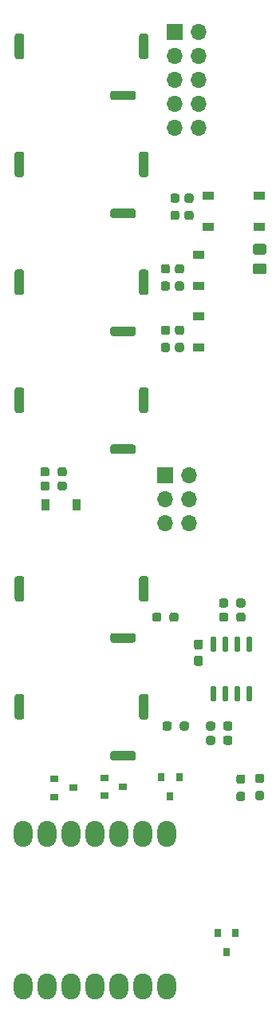
<source format=gbr>
%TF.GenerationSoftware,KiCad,Pcbnew,(5.1.9-0-10_14)*%
%TF.CreationDate,2021-03-07T22:41:29+09:00*%
%TF.ProjectId,jade_hardware,6a616465-5f68-4617-9264-776172652e6b,A*%
%TF.SameCoordinates,Original*%
%TF.FileFunction,Soldermask,Top*%
%TF.FilePolarity,Negative*%
%FSLAX46Y46*%
G04 Gerber Fmt 4.6, Leading zero omitted, Abs format (unit mm)*
G04 Created by KiCad (PCBNEW (5.1.9-0-10_14)) date 2021-03-07 22:41:29*
%MOMM*%
%LPD*%
G01*
G04 APERTURE LIST*
%ADD10O,1.998980X2.748280*%
%ADD11R,0.900000X0.800000*%
%ADD12R,0.800000X0.900000*%
%ADD13O,1.700000X1.700000*%
%ADD14R,1.700000X1.700000*%
%ADD15R,1.200000X0.900000*%
%ADD16R,0.900000X1.200000*%
G04 APERTURE END LIST*
D10*
%TO.C,U1*%
X117932180Y-157166880D03*
X120472180Y-157166880D03*
X123012180Y-157166880D03*
X125552180Y-157166880D03*
X128092180Y-157166880D03*
X130632180Y-157166880D03*
X133172180Y-157166880D03*
X133172180Y-141002320D03*
X130632180Y-141002320D03*
X128092180Y-141002320D03*
X125552180Y-141002320D03*
X123012180Y-141002320D03*
X120472180Y-141002320D03*
X117932180Y-141002320D03*
%TD*%
%TO.C,U2*%
G36*
G01*
X138245000Y-121700000D02*
X137945000Y-121700000D01*
G75*
G02*
X137795000Y-121550000I0J150000D01*
G01*
X137795000Y-120200000D01*
G75*
G02*
X137945000Y-120050000I150000J0D01*
G01*
X138245000Y-120050000D01*
G75*
G02*
X138395000Y-120200000I0J-150000D01*
G01*
X138395000Y-121550000D01*
G75*
G02*
X138245000Y-121700000I-150000J0D01*
G01*
G37*
G36*
G01*
X139515000Y-121700000D02*
X139215000Y-121700000D01*
G75*
G02*
X139065000Y-121550000I0J150000D01*
G01*
X139065000Y-120200000D01*
G75*
G02*
X139215000Y-120050000I150000J0D01*
G01*
X139515000Y-120050000D01*
G75*
G02*
X139665000Y-120200000I0J-150000D01*
G01*
X139665000Y-121550000D01*
G75*
G02*
X139515000Y-121700000I-150000J0D01*
G01*
G37*
G36*
G01*
X140785000Y-121700000D02*
X140485000Y-121700000D01*
G75*
G02*
X140335000Y-121550000I0J150000D01*
G01*
X140335000Y-120200000D01*
G75*
G02*
X140485000Y-120050000I150000J0D01*
G01*
X140785000Y-120050000D01*
G75*
G02*
X140935000Y-120200000I0J-150000D01*
G01*
X140935000Y-121550000D01*
G75*
G02*
X140785000Y-121700000I-150000J0D01*
G01*
G37*
G36*
G01*
X142055000Y-121700000D02*
X141755000Y-121700000D01*
G75*
G02*
X141605000Y-121550000I0J150000D01*
G01*
X141605000Y-120200000D01*
G75*
G02*
X141755000Y-120050000I150000J0D01*
G01*
X142055000Y-120050000D01*
G75*
G02*
X142205000Y-120200000I0J-150000D01*
G01*
X142205000Y-121550000D01*
G75*
G02*
X142055000Y-121700000I-150000J0D01*
G01*
G37*
G36*
G01*
X142055000Y-126950000D02*
X141755000Y-126950000D01*
G75*
G02*
X141605000Y-126800000I0J150000D01*
G01*
X141605000Y-125450000D01*
G75*
G02*
X141755000Y-125300000I150000J0D01*
G01*
X142055000Y-125300000D01*
G75*
G02*
X142205000Y-125450000I0J-150000D01*
G01*
X142205000Y-126800000D01*
G75*
G02*
X142055000Y-126950000I-150000J0D01*
G01*
G37*
G36*
G01*
X140785000Y-126950000D02*
X140485000Y-126950000D01*
G75*
G02*
X140335000Y-126800000I0J150000D01*
G01*
X140335000Y-125450000D01*
G75*
G02*
X140485000Y-125300000I150000J0D01*
G01*
X140785000Y-125300000D01*
G75*
G02*
X140935000Y-125450000I0J-150000D01*
G01*
X140935000Y-126800000D01*
G75*
G02*
X140785000Y-126950000I-150000J0D01*
G01*
G37*
G36*
G01*
X139515000Y-126950000D02*
X139215000Y-126950000D01*
G75*
G02*
X139065000Y-126800000I0J150000D01*
G01*
X139065000Y-125450000D01*
G75*
G02*
X139215000Y-125300000I150000J0D01*
G01*
X139515000Y-125300000D01*
G75*
G02*
X139665000Y-125450000I0J-150000D01*
G01*
X139665000Y-126800000D01*
G75*
G02*
X139515000Y-126950000I-150000J0D01*
G01*
G37*
G36*
G01*
X138245000Y-126950000D02*
X137945000Y-126950000D01*
G75*
G02*
X137795000Y-126800000I0J150000D01*
G01*
X137795000Y-125450000D01*
G75*
G02*
X137945000Y-125300000I150000J0D01*
G01*
X138245000Y-125300000D01*
G75*
G02*
X138395000Y-125450000I0J-150000D01*
G01*
X138395000Y-126800000D01*
G75*
G02*
X138245000Y-126950000I-150000J0D01*
G01*
G37*
%TD*%
%TO.C,R16*%
G36*
G01*
X134513500Y-129777500D02*
X134513500Y-129302500D01*
G75*
G02*
X134751000Y-129065000I237500J0D01*
G01*
X135251000Y-129065000D01*
G75*
G02*
X135488500Y-129302500I0J-237500D01*
G01*
X135488500Y-129777500D01*
G75*
G02*
X135251000Y-130015000I-237500J0D01*
G01*
X134751000Y-130015000D01*
G75*
G02*
X134513500Y-129777500I0J237500D01*
G01*
G37*
G36*
G01*
X132688500Y-129777500D02*
X132688500Y-129302500D01*
G75*
G02*
X132926000Y-129065000I237500J0D01*
G01*
X133426000Y-129065000D01*
G75*
G02*
X133663500Y-129302500I0J-237500D01*
G01*
X133663500Y-129777500D01*
G75*
G02*
X133426000Y-130015000I-237500J0D01*
G01*
X132926000Y-130015000D01*
G75*
G02*
X132688500Y-129777500I0J237500D01*
G01*
G37*
%TD*%
%TO.C,R15*%
G36*
G01*
X133425000Y-118237500D02*
X133425000Y-117762500D01*
G75*
G02*
X133662500Y-117525000I237500J0D01*
G01*
X134162500Y-117525000D01*
G75*
G02*
X134400000Y-117762500I0J-237500D01*
G01*
X134400000Y-118237500D01*
G75*
G02*
X134162500Y-118475000I-237500J0D01*
G01*
X133662500Y-118475000D01*
G75*
G02*
X133425000Y-118237500I0J237500D01*
G01*
G37*
G36*
G01*
X131600000Y-118237500D02*
X131600000Y-117762500D01*
G75*
G02*
X131837500Y-117525000I237500J0D01*
G01*
X132337500Y-117525000D01*
G75*
G02*
X132575000Y-117762500I0J-237500D01*
G01*
X132575000Y-118237500D01*
G75*
G02*
X132337500Y-118475000I-237500J0D01*
G01*
X131837500Y-118475000D01*
G75*
G02*
X131600000Y-118237500I0J237500D01*
G01*
G37*
%TD*%
%TO.C,R14*%
G36*
G01*
X139132500Y-129777500D02*
X139132500Y-129302500D01*
G75*
G02*
X139370000Y-129065000I237500J0D01*
G01*
X139870000Y-129065000D01*
G75*
G02*
X140107500Y-129302500I0J-237500D01*
G01*
X140107500Y-129777500D01*
G75*
G02*
X139870000Y-130015000I-237500J0D01*
G01*
X139370000Y-130015000D01*
G75*
G02*
X139132500Y-129777500I0J237500D01*
G01*
G37*
G36*
G01*
X137307500Y-129777500D02*
X137307500Y-129302500D01*
G75*
G02*
X137545000Y-129065000I237500J0D01*
G01*
X138045000Y-129065000D01*
G75*
G02*
X138282500Y-129302500I0J-237500D01*
G01*
X138282500Y-129777500D01*
G75*
G02*
X138045000Y-130015000I-237500J0D01*
G01*
X137545000Y-130015000D01*
G75*
G02*
X137307500Y-129777500I0J237500D01*
G01*
G37*
%TD*%
%TO.C,R13*%
G36*
G01*
X140512500Y-118237500D02*
X140512500Y-117762500D01*
G75*
G02*
X140750000Y-117525000I237500J0D01*
G01*
X141250000Y-117525000D01*
G75*
G02*
X141487500Y-117762500I0J-237500D01*
G01*
X141487500Y-118237500D01*
G75*
G02*
X141250000Y-118475000I-237500J0D01*
G01*
X140750000Y-118475000D01*
G75*
G02*
X140512500Y-118237500I0J237500D01*
G01*
G37*
G36*
G01*
X138687500Y-118237500D02*
X138687500Y-117762500D01*
G75*
G02*
X138925000Y-117525000I237500J0D01*
G01*
X139425000Y-117525000D01*
G75*
G02*
X139662500Y-117762500I0J-237500D01*
G01*
X139662500Y-118237500D01*
G75*
G02*
X139425000Y-118475000I-237500J0D01*
G01*
X138925000Y-118475000D01*
G75*
G02*
X138687500Y-118237500I0J237500D01*
G01*
G37*
%TD*%
%TO.C,R12*%
G36*
G01*
X140762500Y-136512500D02*
X141237500Y-136512500D01*
G75*
G02*
X141475000Y-136750000I0J-237500D01*
G01*
X141475000Y-137250000D01*
G75*
G02*
X141237500Y-137487500I-237500J0D01*
G01*
X140762500Y-137487500D01*
G75*
G02*
X140525000Y-137250000I0J237500D01*
G01*
X140525000Y-136750000D01*
G75*
G02*
X140762500Y-136512500I237500J0D01*
G01*
G37*
G36*
G01*
X140762500Y-134687500D02*
X141237500Y-134687500D01*
G75*
G02*
X141475000Y-134925000I0J-237500D01*
G01*
X141475000Y-135425000D01*
G75*
G02*
X141237500Y-135662500I-237500J0D01*
G01*
X140762500Y-135662500D01*
G75*
G02*
X140525000Y-135425000I0J237500D01*
G01*
X140525000Y-134925000D01*
G75*
G02*
X140762500Y-134687500I237500J0D01*
G01*
G37*
%TD*%
%TO.C,R11*%
G36*
G01*
X138282500Y-130826500D02*
X138282500Y-131301500D01*
G75*
G02*
X138045000Y-131539000I-237500J0D01*
G01*
X137545000Y-131539000D01*
G75*
G02*
X137307500Y-131301500I0J237500D01*
G01*
X137307500Y-130826500D01*
G75*
G02*
X137545000Y-130589000I237500J0D01*
G01*
X138045000Y-130589000D01*
G75*
G02*
X138282500Y-130826500I0J-237500D01*
G01*
G37*
G36*
G01*
X140107500Y-130826500D02*
X140107500Y-131301500D01*
G75*
G02*
X139870000Y-131539000I-237500J0D01*
G01*
X139370000Y-131539000D01*
G75*
G02*
X139132500Y-131301500I0J237500D01*
G01*
X139132500Y-130826500D01*
G75*
G02*
X139370000Y-130589000I237500J0D01*
G01*
X139870000Y-130589000D01*
G75*
G02*
X140107500Y-130826500I0J-237500D01*
G01*
G37*
%TD*%
%TO.C,R10*%
G36*
G01*
X142762500Y-136425000D02*
X143237500Y-136425000D01*
G75*
G02*
X143475000Y-136662500I0J-237500D01*
G01*
X143475000Y-137162500D01*
G75*
G02*
X143237500Y-137400000I-237500J0D01*
G01*
X142762500Y-137400000D01*
G75*
G02*
X142525000Y-137162500I0J237500D01*
G01*
X142525000Y-136662500D01*
G75*
G02*
X142762500Y-136425000I237500J0D01*
G01*
G37*
G36*
G01*
X142762500Y-134600000D02*
X143237500Y-134600000D01*
G75*
G02*
X143475000Y-134837500I0J-237500D01*
G01*
X143475000Y-135337500D01*
G75*
G02*
X143237500Y-135575000I-237500J0D01*
G01*
X142762500Y-135575000D01*
G75*
G02*
X142525000Y-135337500I0J237500D01*
G01*
X142525000Y-134837500D01*
G75*
G02*
X142762500Y-134600000I237500J0D01*
G01*
G37*
%TD*%
%TO.C,R9*%
G36*
G01*
X139662500Y-116262500D02*
X139662500Y-116737500D01*
G75*
G02*
X139425000Y-116975000I-237500J0D01*
G01*
X138925000Y-116975000D01*
G75*
G02*
X138687500Y-116737500I0J237500D01*
G01*
X138687500Y-116262500D01*
G75*
G02*
X138925000Y-116025000I237500J0D01*
G01*
X139425000Y-116025000D01*
G75*
G02*
X139662500Y-116262500I0J-237500D01*
G01*
G37*
G36*
G01*
X141487500Y-116262500D02*
X141487500Y-116737500D01*
G75*
G02*
X141250000Y-116975000I-237500J0D01*
G01*
X140750000Y-116975000D01*
G75*
G02*
X140512500Y-116737500I0J237500D01*
G01*
X140512500Y-116262500D01*
G75*
G02*
X140750000Y-116025000I237500J0D01*
G01*
X141250000Y-116025000D01*
G75*
G02*
X141487500Y-116262500I0J-237500D01*
G01*
G37*
%TD*%
%TO.C,R8*%
G36*
G01*
X120697500Y-103862500D02*
X120697500Y-104337500D01*
G75*
G02*
X120460000Y-104575000I-237500J0D01*
G01*
X119960000Y-104575000D01*
G75*
G02*
X119722500Y-104337500I0J237500D01*
G01*
X119722500Y-103862500D01*
G75*
G02*
X119960000Y-103625000I237500J0D01*
G01*
X120460000Y-103625000D01*
G75*
G02*
X120697500Y-103862500I0J-237500D01*
G01*
G37*
G36*
G01*
X122522500Y-103862500D02*
X122522500Y-104337500D01*
G75*
G02*
X122285000Y-104575000I-237500J0D01*
G01*
X121785000Y-104575000D01*
G75*
G02*
X121547500Y-104337500I0J237500D01*
G01*
X121547500Y-103862500D01*
G75*
G02*
X121785000Y-103625000I237500J0D01*
G01*
X122285000Y-103625000D01*
G75*
G02*
X122522500Y-103862500I0J-237500D01*
G01*
G37*
%TD*%
%TO.C,R7*%
G36*
G01*
X134262500Y-88925000D02*
X134737500Y-88925000D01*
G75*
G02*
X134975000Y-89162500I0J-237500D01*
G01*
X134975000Y-89662500D01*
G75*
G02*
X134737500Y-89900000I-237500J0D01*
G01*
X134262500Y-89900000D01*
G75*
G02*
X134025000Y-89662500I0J237500D01*
G01*
X134025000Y-89162500D01*
G75*
G02*
X134262500Y-88925000I237500J0D01*
G01*
G37*
G36*
G01*
X134262500Y-87100000D02*
X134737500Y-87100000D01*
G75*
G02*
X134975000Y-87337500I0J-237500D01*
G01*
X134975000Y-87837500D01*
G75*
G02*
X134737500Y-88075000I-237500J0D01*
G01*
X134262500Y-88075000D01*
G75*
G02*
X134025000Y-87837500I0J237500D01*
G01*
X134025000Y-87337500D01*
G75*
G02*
X134262500Y-87100000I237500J0D01*
G01*
G37*
%TD*%
%TO.C,R6*%
G36*
G01*
X134262500Y-82425000D02*
X134737500Y-82425000D01*
G75*
G02*
X134975000Y-82662500I0J-237500D01*
G01*
X134975000Y-83162500D01*
G75*
G02*
X134737500Y-83400000I-237500J0D01*
G01*
X134262500Y-83400000D01*
G75*
G02*
X134025000Y-83162500I0J237500D01*
G01*
X134025000Y-82662500D01*
G75*
G02*
X134262500Y-82425000I237500J0D01*
G01*
G37*
G36*
G01*
X134262500Y-80600000D02*
X134737500Y-80600000D01*
G75*
G02*
X134975000Y-80837500I0J-237500D01*
G01*
X134975000Y-81337500D01*
G75*
G02*
X134737500Y-81575000I-237500J0D01*
G01*
X134262500Y-81575000D01*
G75*
G02*
X134025000Y-81337500I0J237500D01*
G01*
X134025000Y-80837500D01*
G75*
G02*
X134262500Y-80600000I237500J0D01*
G01*
G37*
%TD*%
%TO.C,R5*%
G36*
G01*
X135262500Y-74925000D02*
X135737500Y-74925000D01*
G75*
G02*
X135975000Y-75162500I0J-237500D01*
G01*
X135975000Y-75662500D01*
G75*
G02*
X135737500Y-75900000I-237500J0D01*
G01*
X135262500Y-75900000D01*
G75*
G02*
X135025000Y-75662500I0J237500D01*
G01*
X135025000Y-75162500D01*
G75*
G02*
X135262500Y-74925000I237500J0D01*
G01*
G37*
G36*
G01*
X135262500Y-73100000D02*
X135737500Y-73100000D01*
G75*
G02*
X135975000Y-73337500I0J-237500D01*
G01*
X135975000Y-73837500D01*
G75*
G02*
X135737500Y-74075000I-237500J0D01*
G01*
X135262500Y-74075000D01*
G75*
G02*
X135025000Y-73837500I0J237500D01*
G01*
X135025000Y-73337500D01*
G75*
G02*
X135262500Y-73100000I237500J0D01*
G01*
G37*
%TD*%
%TO.C,R4*%
G36*
G01*
X121547500Y-102837500D02*
X121547500Y-102362500D01*
G75*
G02*
X121785000Y-102125000I237500J0D01*
G01*
X122285000Y-102125000D01*
G75*
G02*
X122522500Y-102362500I0J-237500D01*
G01*
X122522500Y-102837500D01*
G75*
G02*
X122285000Y-103075000I-237500J0D01*
G01*
X121785000Y-103075000D01*
G75*
G02*
X121547500Y-102837500I0J237500D01*
G01*
G37*
G36*
G01*
X119722500Y-102837500D02*
X119722500Y-102362500D01*
G75*
G02*
X119960000Y-102125000I237500J0D01*
G01*
X120460000Y-102125000D01*
G75*
G02*
X120697500Y-102362500I0J-237500D01*
G01*
X120697500Y-102837500D01*
G75*
G02*
X120460000Y-103075000I-237500J0D01*
G01*
X119960000Y-103075000D01*
G75*
G02*
X119722500Y-102837500I0J237500D01*
G01*
G37*
%TD*%
%TO.C,R3*%
G36*
G01*
X133237500Y-88075000D02*
X132762500Y-88075000D01*
G75*
G02*
X132525000Y-87837500I0J237500D01*
G01*
X132525000Y-87337500D01*
G75*
G02*
X132762500Y-87100000I237500J0D01*
G01*
X133237500Y-87100000D01*
G75*
G02*
X133475000Y-87337500I0J-237500D01*
G01*
X133475000Y-87837500D01*
G75*
G02*
X133237500Y-88075000I-237500J0D01*
G01*
G37*
G36*
G01*
X133237500Y-89900000D02*
X132762500Y-89900000D01*
G75*
G02*
X132525000Y-89662500I0J237500D01*
G01*
X132525000Y-89162500D01*
G75*
G02*
X132762500Y-88925000I237500J0D01*
G01*
X133237500Y-88925000D01*
G75*
G02*
X133475000Y-89162500I0J-237500D01*
G01*
X133475000Y-89662500D01*
G75*
G02*
X133237500Y-89900000I-237500J0D01*
G01*
G37*
%TD*%
%TO.C,R2*%
G36*
G01*
X133237500Y-81575000D02*
X132762500Y-81575000D01*
G75*
G02*
X132525000Y-81337500I0J237500D01*
G01*
X132525000Y-80837500D01*
G75*
G02*
X132762500Y-80600000I237500J0D01*
G01*
X133237500Y-80600000D01*
G75*
G02*
X133475000Y-80837500I0J-237500D01*
G01*
X133475000Y-81337500D01*
G75*
G02*
X133237500Y-81575000I-237500J0D01*
G01*
G37*
G36*
G01*
X133237500Y-83400000D02*
X132762500Y-83400000D01*
G75*
G02*
X132525000Y-83162500I0J237500D01*
G01*
X132525000Y-82662500D01*
G75*
G02*
X132762500Y-82425000I237500J0D01*
G01*
X133237500Y-82425000D01*
G75*
G02*
X133475000Y-82662500I0J-237500D01*
G01*
X133475000Y-83162500D01*
G75*
G02*
X133237500Y-83400000I-237500J0D01*
G01*
G37*
%TD*%
%TO.C,R1*%
G36*
G01*
X134237500Y-74075000D02*
X133762500Y-74075000D01*
G75*
G02*
X133525000Y-73837500I0J237500D01*
G01*
X133525000Y-73337500D01*
G75*
G02*
X133762500Y-73100000I237500J0D01*
G01*
X134237500Y-73100000D01*
G75*
G02*
X134475000Y-73337500I0J-237500D01*
G01*
X134475000Y-73837500D01*
G75*
G02*
X134237500Y-74075000I-237500J0D01*
G01*
G37*
G36*
G01*
X134237500Y-75900000D02*
X133762500Y-75900000D01*
G75*
G02*
X133525000Y-75662500I0J237500D01*
G01*
X133525000Y-75162500D01*
G75*
G02*
X133762500Y-74925000I237500J0D01*
G01*
X134237500Y-74925000D01*
G75*
G02*
X134475000Y-75162500I0J-237500D01*
G01*
X134475000Y-75662500D01*
G75*
G02*
X134237500Y-75900000I-237500J0D01*
G01*
G37*
%TD*%
D11*
%TO.C,Q4*%
X123200000Y-136100000D03*
X121200000Y-137050000D03*
X121200000Y-135150000D03*
%TD*%
%TO.C,Q3*%
X128500000Y-136000000D03*
X126500000Y-136950000D03*
X126500000Y-135050000D03*
%TD*%
D12*
%TO.C,Q2*%
X133500000Y-137000000D03*
X132550000Y-135000000D03*
X134450000Y-135000000D03*
%TD*%
%TO.C,Q1*%
X139500000Y-153500000D03*
X138550000Y-151500000D03*
X140450000Y-151500000D03*
%TD*%
%TO.C,J8*%
G36*
G01*
X129600000Y-133200000D02*
X127400000Y-133200000D01*
G75*
G02*
X127150000Y-132950000I0J250000D01*
G01*
X127150000Y-132450000D01*
G75*
G02*
X127400000Y-132200000I250000J0D01*
G01*
X129600000Y-132200000D01*
G75*
G02*
X129850000Y-132450000I0J-250000D01*
G01*
X129850000Y-132950000D01*
G75*
G02*
X129600000Y-133200000I-250000J0D01*
G01*
G37*
G36*
G01*
X130200000Y-128600000D02*
X130200000Y-126400000D01*
G75*
G02*
X130450000Y-126150000I250000J0D01*
G01*
X130950000Y-126150000D01*
G75*
G02*
X131200000Y-126400000I0J-250000D01*
G01*
X131200000Y-128600000D01*
G75*
G02*
X130950000Y-128850000I-250000J0D01*
G01*
X130450000Y-128850000D01*
G75*
G02*
X130200000Y-128600000I0J250000D01*
G01*
G37*
G36*
G01*
X117000000Y-128600000D02*
X117000000Y-126400000D01*
G75*
G02*
X117250000Y-126150000I250000J0D01*
G01*
X117750000Y-126150000D01*
G75*
G02*
X118000000Y-126400000I0J-250000D01*
G01*
X118000000Y-128600000D01*
G75*
G02*
X117750000Y-128850000I-250000J0D01*
G01*
X117250000Y-128850000D01*
G75*
G02*
X117000000Y-128600000I0J250000D01*
G01*
G37*
%TD*%
%TO.C,J7*%
G36*
G01*
X129600000Y-120700000D02*
X127400000Y-120700000D01*
G75*
G02*
X127150000Y-120450000I0J250000D01*
G01*
X127150000Y-119950000D01*
G75*
G02*
X127400000Y-119700000I250000J0D01*
G01*
X129600000Y-119700000D01*
G75*
G02*
X129850000Y-119950000I0J-250000D01*
G01*
X129850000Y-120450000D01*
G75*
G02*
X129600000Y-120700000I-250000J0D01*
G01*
G37*
G36*
G01*
X130200000Y-116100000D02*
X130200000Y-113900000D01*
G75*
G02*
X130450000Y-113650000I250000J0D01*
G01*
X130950000Y-113650000D01*
G75*
G02*
X131200000Y-113900000I0J-250000D01*
G01*
X131200000Y-116100000D01*
G75*
G02*
X130950000Y-116350000I-250000J0D01*
G01*
X130450000Y-116350000D01*
G75*
G02*
X130200000Y-116100000I0J250000D01*
G01*
G37*
G36*
G01*
X117000000Y-116100000D02*
X117000000Y-113900000D01*
G75*
G02*
X117250000Y-113650000I250000J0D01*
G01*
X117750000Y-113650000D01*
G75*
G02*
X118000000Y-113900000I0J-250000D01*
G01*
X118000000Y-116100000D01*
G75*
G02*
X117750000Y-116350000I-250000J0D01*
G01*
X117250000Y-116350000D01*
G75*
G02*
X117000000Y-116100000I0J250000D01*
G01*
G37*
%TD*%
D13*
%TO.C,J6*%
X135540000Y-108080000D03*
X133000000Y-108080000D03*
X135540000Y-105540000D03*
X133000000Y-105540000D03*
X135540000Y-103000000D03*
D14*
X133000000Y-103000000D03*
%TD*%
D13*
%TO.C,J5*%
X136540000Y-66160000D03*
X134000000Y-66160000D03*
X136540000Y-63620000D03*
X134000000Y-63620000D03*
X136540000Y-61080000D03*
X134000000Y-61080000D03*
X136540000Y-58540000D03*
X134000000Y-58540000D03*
X136540000Y-56000000D03*
D14*
X134000000Y-56000000D03*
%TD*%
%TO.C,J4*%
G36*
G01*
X129600000Y-100700000D02*
X127400000Y-100700000D01*
G75*
G02*
X127150000Y-100450000I0J250000D01*
G01*
X127150000Y-99950000D01*
G75*
G02*
X127400000Y-99700000I250000J0D01*
G01*
X129600000Y-99700000D01*
G75*
G02*
X129850000Y-99950000I0J-250000D01*
G01*
X129850000Y-100450000D01*
G75*
G02*
X129600000Y-100700000I-250000J0D01*
G01*
G37*
G36*
G01*
X130200000Y-96100000D02*
X130200000Y-93900000D01*
G75*
G02*
X130450000Y-93650000I250000J0D01*
G01*
X130950000Y-93650000D01*
G75*
G02*
X131200000Y-93900000I0J-250000D01*
G01*
X131200000Y-96100000D01*
G75*
G02*
X130950000Y-96350000I-250000J0D01*
G01*
X130450000Y-96350000D01*
G75*
G02*
X130200000Y-96100000I0J250000D01*
G01*
G37*
G36*
G01*
X117000000Y-96100000D02*
X117000000Y-93900000D01*
G75*
G02*
X117250000Y-93650000I250000J0D01*
G01*
X117750000Y-93650000D01*
G75*
G02*
X118000000Y-93900000I0J-250000D01*
G01*
X118000000Y-96100000D01*
G75*
G02*
X117750000Y-96350000I-250000J0D01*
G01*
X117250000Y-96350000D01*
G75*
G02*
X117000000Y-96100000I0J250000D01*
G01*
G37*
%TD*%
%TO.C,J3*%
G36*
G01*
X129600000Y-88200000D02*
X127400000Y-88200000D01*
G75*
G02*
X127150000Y-87950000I0J250000D01*
G01*
X127150000Y-87450000D01*
G75*
G02*
X127400000Y-87200000I250000J0D01*
G01*
X129600000Y-87200000D01*
G75*
G02*
X129850000Y-87450000I0J-250000D01*
G01*
X129850000Y-87950000D01*
G75*
G02*
X129600000Y-88200000I-250000J0D01*
G01*
G37*
G36*
G01*
X130200000Y-83600000D02*
X130200000Y-81400000D01*
G75*
G02*
X130450000Y-81150000I250000J0D01*
G01*
X130950000Y-81150000D01*
G75*
G02*
X131200000Y-81400000I0J-250000D01*
G01*
X131200000Y-83600000D01*
G75*
G02*
X130950000Y-83850000I-250000J0D01*
G01*
X130450000Y-83850000D01*
G75*
G02*
X130200000Y-83600000I0J250000D01*
G01*
G37*
G36*
G01*
X117000000Y-83600000D02*
X117000000Y-81400000D01*
G75*
G02*
X117250000Y-81150000I250000J0D01*
G01*
X117750000Y-81150000D01*
G75*
G02*
X118000000Y-81400000I0J-250000D01*
G01*
X118000000Y-83600000D01*
G75*
G02*
X117750000Y-83850000I-250000J0D01*
G01*
X117250000Y-83850000D01*
G75*
G02*
X117000000Y-83600000I0J250000D01*
G01*
G37*
%TD*%
%TO.C,J2*%
G36*
G01*
X129600000Y-75700000D02*
X127400000Y-75700000D01*
G75*
G02*
X127150000Y-75450000I0J250000D01*
G01*
X127150000Y-74950000D01*
G75*
G02*
X127400000Y-74700000I250000J0D01*
G01*
X129600000Y-74700000D01*
G75*
G02*
X129850000Y-74950000I0J-250000D01*
G01*
X129850000Y-75450000D01*
G75*
G02*
X129600000Y-75700000I-250000J0D01*
G01*
G37*
G36*
G01*
X130200000Y-71100000D02*
X130200000Y-68900000D01*
G75*
G02*
X130450000Y-68650000I250000J0D01*
G01*
X130950000Y-68650000D01*
G75*
G02*
X131200000Y-68900000I0J-250000D01*
G01*
X131200000Y-71100000D01*
G75*
G02*
X130950000Y-71350000I-250000J0D01*
G01*
X130450000Y-71350000D01*
G75*
G02*
X130200000Y-71100000I0J250000D01*
G01*
G37*
G36*
G01*
X117000000Y-71100000D02*
X117000000Y-68900000D01*
G75*
G02*
X117250000Y-68650000I250000J0D01*
G01*
X117750000Y-68650000D01*
G75*
G02*
X118000000Y-68900000I0J-250000D01*
G01*
X118000000Y-71100000D01*
G75*
G02*
X117750000Y-71350000I-250000J0D01*
G01*
X117250000Y-71350000D01*
G75*
G02*
X117000000Y-71100000I0J250000D01*
G01*
G37*
%TD*%
%TO.C,J1*%
G36*
G01*
X129600000Y-63200000D02*
X127400000Y-63200000D01*
G75*
G02*
X127150000Y-62950000I0J250000D01*
G01*
X127150000Y-62450000D01*
G75*
G02*
X127400000Y-62200000I250000J0D01*
G01*
X129600000Y-62200000D01*
G75*
G02*
X129850000Y-62450000I0J-250000D01*
G01*
X129850000Y-62950000D01*
G75*
G02*
X129600000Y-63200000I-250000J0D01*
G01*
G37*
G36*
G01*
X130200000Y-58600000D02*
X130200000Y-56400000D01*
G75*
G02*
X130450000Y-56150000I250000J0D01*
G01*
X130950000Y-56150000D01*
G75*
G02*
X131200000Y-56400000I0J-250000D01*
G01*
X131200000Y-58600000D01*
G75*
G02*
X130950000Y-58850000I-250000J0D01*
G01*
X130450000Y-58850000D01*
G75*
G02*
X130200000Y-58600000I0J250000D01*
G01*
G37*
G36*
G01*
X117000000Y-58600000D02*
X117000000Y-56400000D01*
G75*
G02*
X117250000Y-56150000I250000J0D01*
G01*
X117750000Y-56150000D01*
G75*
G02*
X118000000Y-56400000I0J-250000D01*
G01*
X118000000Y-58600000D01*
G75*
G02*
X117750000Y-58850000I-250000J0D01*
G01*
X117250000Y-58850000D01*
G75*
G02*
X117000000Y-58600000I0J250000D01*
G01*
G37*
%TD*%
D15*
%TO.C,D5*%
X143000000Y-73350000D03*
X143000000Y-76650000D03*
%TD*%
D16*
%TO.C,D4*%
X123550000Y-106100000D03*
X120250000Y-106100000D03*
%TD*%
D15*
%TO.C,D3*%
X136500000Y-86107000D03*
X136500000Y-89407000D03*
%TD*%
%TO.C,D2*%
X136500000Y-79631000D03*
X136500000Y-82931000D03*
%TD*%
%TO.C,D1*%
X137500000Y-73350000D03*
X137500000Y-76650000D03*
%TD*%
%TO.C,C2*%
G36*
G01*
X136262500Y-122087500D02*
X136737500Y-122087500D01*
G75*
G02*
X136975000Y-122325000I0J-237500D01*
G01*
X136975000Y-122925000D01*
G75*
G02*
X136737500Y-123162500I-237500J0D01*
G01*
X136262500Y-123162500D01*
G75*
G02*
X136025000Y-122925000I0J237500D01*
G01*
X136025000Y-122325000D01*
G75*
G02*
X136262500Y-122087500I237500J0D01*
G01*
G37*
G36*
G01*
X136262500Y-120362500D02*
X136737500Y-120362500D01*
G75*
G02*
X136975000Y-120600000I0J-237500D01*
G01*
X136975000Y-121200000D01*
G75*
G02*
X136737500Y-121437500I-237500J0D01*
G01*
X136262500Y-121437500D01*
G75*
G02*
X136025000Y-121200000I0J237500D01*
G01*
X136025000Y-120600000D01*
G75*
G02*
X136262500Y-120362500I237500J0D01*
G01*
G37*
%TD*%
%TO.C,C1*%
G36*
G01*
X142525000Y-80487500D02*
X143475000Y-80487500D01*
G75*
G02*
X143725000Y-80737500I0J-250000D01*
G01*
X143725000Y-81412500D01*
G75*
G02*
X143475000Y-81662500I-250000J0D01*
G01*
X142525000Y-81662500D01*
G75*
G02*
X142275000Y-81412500I0J250000D01*
G01*
X142275000Y-80737500D01*
G75*
G02*
X142525000Y-80487500I250000J0D01*
G01*
G37*
G36*
G01*
X142525000Y-78412500D02*
X143475000Y-78412500D01*
G75*
G02*
X143725000Y-78662500I0J-250000D01*
G01*
X143725000Y-79337500D01*
G75*
G02*
X143475000Y-79587500I-250000J0D01*
G01*
X142525000Y-79587500D01*
G75*
G02*
X142275000Y-79337500I0J250000D01*
G01*
X142275000Y-78662500D01*
G75*
G02*
X142525000Y-78412500I250000J0D01*
G01*
G37*
%TD*%
M02*

</source>
